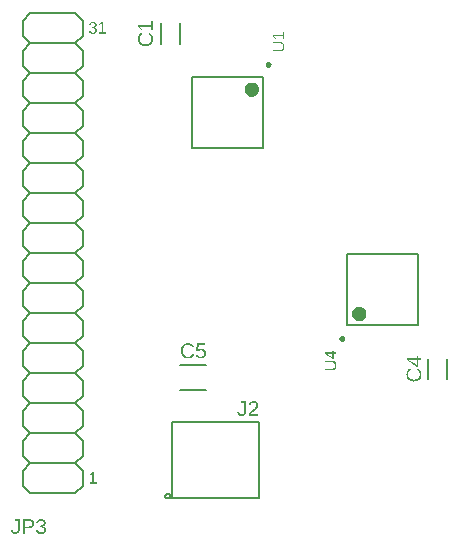
<source format=gbr>
G04 EAGLE Gerber RS-274X export*
G75*
%MOMM*%
%FSLAX34Y34*%
%LPD*%
%INSilkscreen Top*%
%IPPOS*%
%AMOC8*
5,1,8,0,0,1.08239X$1,22.5*%
G01*
G04 Define Apertures*
%ADD10C,0.150000*%
%ADD11C,0.250000*%
%ADD12C,0.600000*%
%ADD13C,0.127000*%
%ADD14C,0.152400*%
G36*
X71277Y24072D02*
X68875Y24072D01*
X68875Y32868D01*
X67712Y32868D01*
X65380Y31264D01*
X65380Y30074D01*
X67607Y31664D01*
X67607Y24072D01*
X65093Y24072D01*
X65093Y23000D01*
X71277Y23000D01*
X71277Y24072D01*
G37*
G36*
X68390Y403872D02*
X68758Y403907D01*
X69103Y403965D01*
X69424Y404047D01*
X69723Y404153D01*
X69998Y404281D01*
X70250Y404434D01*
X70479Y404609D01*
X70682Y404806D01*
X70858Y405023D01*
X71008Y405258D01*
X71130Y405513D01*
X71225Y405787D01*
X71293Y406080D01*
X71333Y406393D01*
X71347Y406724D01*
X71337Y406956D01*
X71308Y407177D01*
X71260Y407388D01*
X71193Y407589D01*
X71106Y407781D01*
X71000Y407962D01*
X70875Y408132D01*
X70731Y408293D01*
X70569Y408441D01*
X70392Y408573D01*
X70199Y408690D01*
X69992Y408791D01*
X69769Y408876D01*
X69530Y408945D01*
X69277Y408998D01*
X69008Y409036D01*
X69008Y409064D01*
X69252Y409122D01*
X69482Y409193D01*
X69697Y409275D01*
X69896Y409369D01*
X70081Y409475D01*
X70251Y409594D01*
X70405Y409724D01*
X70545Y409866D01*
X70669Y410019D01*
X70776Y410184D01*
X70867Y410359D01*
X70942Y410546D01*
X70999Y410744D01*
X71041Y410952D01*
X71066Y411172D01*
X71074Y411403D01*
X71061Y411703D01*
X71022Y411985D01*
X70958Y412251D01*
X70868Y412500D01*
X70752Y412732D01*
X70611Y412947D01*
X70444Y413145D01*
X70251Y413326D01*
X70035Y413487D01*
X69798Y413627D01*
X69541Y413746D01*
X69262Y413843D01*
X68964Y413918D01*
X68644Y413972D01*
X68304Y414005D01*
X67943Y414015D01*
X67611Y414005D01*
X67295Y413973D01*
X66994Y413920D01*
X66708Y413846D01*
X66438Y413750D01*
X66183Y413633D01*
X65943Y413495D01*
X65719Y413336D01*
X65515Y413158D01*
X65332Y412963D01*
X65173Y412752D01*
X65036Y412524D01*
X64921Y412279D01*
X64830Y412018D01*
X64761Y411740D01*
X64714Y411445D01*
X65982Y411347D01*
X66010Y411536D01*
X66051Y411714D01*
X66106Y411881D01*
X66174Y412037D01*
X66255Y412182D01*
X66350Y412316D01*
X66459Y412439D01*
X66581Y412552D01*
X66715Y412652D01*
X66858Y412739D01*
X67012Y412812D01*
X67175Y412872D01*
X67349Y412919D01*
X67532Y412952D01*
X67726Y412972D01*
X67929Y412979D01*
X68151Y412972D01*
X68360Y412950D01*
X68554Y412914D01*
X68734Y412864D01*
X68900Y412800D01*
X69051Y412721D01*
X69189Y412628D01*
X69312Y412520D01*
X69422Y412400D01*
X69516Y412270D01*
X69596Y412129D01*
X69662Y411978D01*
X69713Y411817D01*
X69749Y411645D01*
X69771Y411463D01*
X69778Y411270D01*
X69769Y411076D01*
X69742Y410892D01*
X69698Y410720D01*
X69635Y410558D01*
X69555Y410407D01*
X69457Y410267D01*
X69341Y410138D01*
X69207Y410020D01*
X69057Y409914D01*
X68893Y409822D01*
X68714Y409744D01*
X68520Y409681D01*
X68312Y409632D01*
X68089Y409596D01*
X67852Y409575D01*
X67600Y409568D01*
X66914Y409568D01*
X66914Y408475D01*
X67628Y408475D01*
X67912Y408468D01*
X68178Y408447D01*
X68428Y408412D01*
X68660Y408362D01*
X68875Y408299D01*
X69073Y408221D01*
X69254Y408130D01*
X69417Y408024D01*
X69563Y407905D01*
X69689Y407776D01*
X69795Y407635D01*
X69882Y407484D01*
X69950Y407321D01*
X69999Y407147D01*
X70028Y406962D01*
X70037Y406766D01*
X70029Y406542D01*
X70003Y406333D01*
X69961Y406137D01*
X69902Y405956D01*
X69825Y405789D01*
X69732Y405636D01*
X69622Y405497D01*
X69494Y405373D01*
X69352Y405263D01*
X69197Y405167D01*
X69030Y405087D01*
X68849Y405021D01*
X68656Y404969D01*
X68450Y404933D01*
X68231Y404911D01*
X67999Y404903D01*
X67768Y404910D01*
X67550Y404931D01*
X67345Y404965D01*
X67153Y405013D01*
X66974Y405074D01*
X66807Y405150D01*
X66653Y405239D01*
X66513Y405341D01*
X66385Y405457D01*
X66270Y405587D01*
X66167Y405731D01*
X66078Y405888D01*
X66001Y406059D01*
X65938Y406244D01*
X65887Y406442D01*
X65849Y406654D01*
X64546Y406535D01*
X64600Y406215D01*
X64676Y405914D01*
X64774Y405634D01*
X64896Y405374D01*
X65040Y405134D01*
X65206Y404914D01*
X65395Y404715D01*
X65607Y404536D01*
X65840Y404377D01*
X66092Y404240D01*
X66362Y404124D01*
X66652Y404029D01*
X66960Y403955D01*
X67288Y403902D01*
X67634Y403871D01*
X67999Y403860D01*
X68390Y403872D01*
G37*
G36*
X79246Y405072D02*
X76843Y405072D01*
X76843Y413868D01*
X75681Y413868D01*
X73348Y412264D01*
X73348Y411074D01*
X75576Y412664D01*
X75576Y405072D01*
X73061Y405072D01*
X73061Y404000D01*
X79246Y404000D01*
X79246Y405072D01*
G37*
G36*
X226750Y389042D02*
X227021Y389065D01*
X227283Y389103D01*
X227534Y389156D01*
X227776Y389225D01*
X228008Y389310D01*
X228229Y389409D01*
X228441Y389524D01*
X228642Y389652D01*
X228831Y389794D01*
X229007Y389947D01*
X229171Y390113D01*
X229322Y390292D01*
X229462Y390483D01*
X229589Y390687D01*
X229703Y390903D01*
X229805Y391130D01*
X229894Y391367D01*
X229968Y391613D01*
X230029Y391869D01*
X230077Y392134D01*
X230111Y392408D01*
X230131Y392692D01*
X230138Y392986D01*
X230131Y393291D01*
X230110Y393586D01*
X230074Y393871D01*
X230025Y394146D01*
X229962Y394410D01*
X229884Y394664D01*
X229792Y394908D01*
X229686Y395141D01*
X229567Y395363D01*
X229435Y395572D01*
X229291Y395769D01*
X229134Y395952D01*
X228964Y396122D01*
X228782Y396279D01*
X228587Y396424D01*
X228379Y396555D01*
X228160Y396672D01*
X227931Y396774D01*
X227692Y396860D01*
X227443Y396930D01*
X227184Y396985D01*
X226914Y397024D01*
X226634Y397047D01*
X226345Y397055D01*
X220282Y397055D01*
X220282Y395745D01*
X226269Y395745D01*
X226602Y395733D01*
X226914Y395699D01*
X227206Y395642D01*
X227477Y395563D01*
X227727Y395461D01*
X227957Y395336D01*
X228166Y395188D01*
X228355Y395017D01*
X228522Y394826D01*
X228667Y394617D01*
X228790Y394390D01*
X228890Y394144D01*
X228969Y393880D01*
X229024Y393598D01*
X229058Y393298D01*
X229069Y392979D01*
X229058Y392670D01*
X229026Y392379D01*
X228972Y392107D01*
X228897Y391853D01*
X228800Y391619D01*
X228681Y391403D01*
X228541Y391206D01*
X228379Y391027D01*
X228197Y390869D01*
X227994Y390732D01*
X227772Y390615D01*
X227529Y390520D01*
X227267Y390446D01*
X226984Y390394D01*
X226681Y390362D01*
X226358Y390351D01*
X220282Y390351D01*
X220282Y389034D01*
X226469Y389034D01*
X226750Y389042D01*
G37*
G36*
X230000Y405298D02*
X228945Y405298D01*
X228945Y402932D01*
X220282Y402932D01*
X220282Y401787D01*
X221862Y399491D01*
X223034Y399491D01*
X221468Y401684D01*
X228945Y401684D01*
X228945Y399208D01*
X230000Y399208D01*
X230000Y405298D01*
G37*
G36*
X112957Y393457D02*
X113425Y393491D01*
X113876Y393547D01*
X114311Y393625D01*
X114729Y393725D01*
X115131Y393848D01*
X115516Y393993D01*
X115884Y394160D01*
X116234Y394349D01*
X116563Y394558D01*
X116871Y394787D01*
X117159Y395036D01*
X117425Y395306D01*
X117671Y395595D01*
X117896Y395906D01*
X118100Y396236D01*
X118282Y396584D01*
X118439Y396948D01*
X118572Y397328D01*
X118681Y397724D01*
X118766Y398135D01*
X118827Y398562D01*
X118863Y399005D01*
X118875Y399463D01*
X118862Y399912D01*
X118823Y400347D01*
X118758Y400768D01*
X118667Y401175D01*
X118550Y401568D01*
X118407Y401947D01*
X118238Y402313D01*
X118043Y402665D01*
X117823Y403000D01*
X117579Y403316D01*
X117312Y403612D01*
X117021Y403890D01*
X116705Y404148D01*
X116366Y404387D01*
X116004Y404606D01*
X115617Y404806D01*
X114934Y403440D01*
X115245Y403272D01*
X115535Y403093D01*
X115806Y402905D01*
X116057Y402707D01*
X116287Y402498D01*
X116498Y402280D01*
X116688Y402051D01*
X116859Y401813D01*
X117009Y401564D01*
X117139Y401306D01*
X117249Y401037D01*
X117340Y400758D01*
X117410Y400469D01*
X117460Y400170D01*
X117490Y399861D01*
X117500Y399542D01*
X117479Y399050D01*
X117414Y398583D01*
X117306Y398142D01*
X117155Y397728D01*
X116961Y397340D01*
X116724Y396978D01*
X116444Y396642D01*
X116121Y396332D01*
X115762Y396054D01*
X115375Y395813D01*
X114961Y395609D01*
X114519Y395442D01*
X114049Y395312D01*
X113551Y395220D01*
X113026Y395164D01*
X112473Y395145D01*
X111914Y395163D01*
X111386Y395217D01*
X110889Y395306D01*
X110422Y395430D01*
X109986Y395590D01*
X109580Y395786D01*
X109205Y396017D01*
X108860Y396284D01*
X108551Y396583D01*
X108283Y396910D01*
X108057Y397266D01*
X107871Y397650D01*
X107727Y398063D01*
X107624Y398504D01*
X107562Y398974D01*
X107542Y399472D01*
X107551Y399793D01*
X107577Y400103D01*
X107622Y400401D01*
X107684Y400689D01*
X107764Y400965D01*
X107862Y401230D01*
X107978Y401484D01*
X108111Y401727D01*
X108261Y401957D01*
X108427Y402170D01*
X108609Y402367D01*
X108807Y402548D01*
X109021Y402712D01*
X109251Y402860D01*
X109496Y402992D01*
X109758Y403107D01*
X109232Y404692D01*
X108865Y404526D01*
X108521Y404338D01*
X108200Y404127D01*
X107903Y403895D01*
X107629Y403641D01*
X107378Y403365D01*
X107150Y403068D01*
X106946Y402748D01*
X106765Y402407D01*
X106609Y402046D01*
X106476Y401665D01*
X106368Y401263D01*
X106284Y400842D01*
X106223Y400399D01*
X106187Y399937D01*
X106175Y399455D01*
X106182Y399107D01*
X106201Y398769D01*
X106234Y398440D01*
X106280Y398121D01*
X106339Y397812D01*
X106411Y397512D01*
X106496Y397222D01*
X106594Y396941D01*
X106705Y396670D01*
X106829Y396408D01*
X106966Y396156D01*
X107116Y395914D01*
X107456Y395458D01*
X107848Y395040D01*
X108286Y394667D01*
X108765Y394343D01*
X109283Y394069D01*
X109557Y393951D01*
X109841Y393845D01*
X110135Y393751D01*
X110439Y393670D01*
X110753Y393602D01*
X111077Y393546D01*
X111411Y393502D01*
X111755Y393471D01*
X112109Y393453D01*
X112473Y393446D01*
X112957Y393457D01*
G37*
G36*
X118700Y414573D02*
X117360Y414573D01*
X117360Y411569D01*
X106359Y411569D01*
X106359Y410115D01*
X108365Y407198D01*
X109854Y407198D01*
X107866Y409984D01*
X117360Y409984D01*
X117360Y406839D01*
X118700Y406839D01*
X118700Y414573D01*
G37*
G36*
X271800Y133091D02*
X274000Y133091D01*
X274000Y134264D01*
X271800Y134264D01*
X271800Y135629D01*
X270821Y135629D01*
X270821Y134264D01*
X264282Y134264D01*
X264282Y132960D01*
X270834Y128512D01*
X271800Y128512D01*
X271800Y133091D01*
G37*
%LPC*%
G36*
X270683Y129767D02*
X270172Y130139D01*
X266503Y132629D01*
X266048Y132898D01*
X265682Y133091D01*
X270821Y133091D01*
X270821Y129657D01*
X270683Y129767D01*
G37*
%LPD*%
G36*
X270750Y119097D02*
X271021Y119120D01*
X271283Y119159D01*
X271534Y119212D01*
X271776Y119281D01*
X272008Y119365D01*
X272229Y119465D01*
X272441Y119579D01*
X272642Y119708D01*
X272831Y119849D01*
X273007Y120003D01*
X273171Y120169D01*
X273322Y120348D01*
X273462Y120539D01*
X273589Y120743D01*
X273703Y120959D01*
X273805Y121186D01*
X273894Y121423D01*
X273968Y121669D01*
X274029Y121924D01*
X274077Y122189D01*
X274111Y122464D01*
X274131Y122748D01*
X274138Y123042D01*
X274131Y123347D01*
X274110Y123642D01*
X274074Y123927D01*
X274025Y124201D01*
X273962Y124466D01*
X273884Y124720D01*
X273792Y124963D01*
X273686Y125197D01*
X273567Y125419D01*
X273435Y125628D01*
X273291Y125824D01*
X273134Y126007D01*
X272964Y126178D01*
X272782Y126335D01*
X272587Y126479D01*
X272379Y126611D01*
X272160Y126728D01*
X271931Y126830D01*
X271692Y126916D01*
X271443Y126986D01*
X271184Y127041D01*
X270914Y127080D01*
X270634Y127103D01*
X270345Y127111D01*
X264282Y127111D01*
X264282Y125800D01*
X270269Y125800D01*
X270602Y125789D01*
X270914Y125755D01*
X271206Y125698D01*
X271477Y125619D01*
X271727Y125516D01*
X271957Y125391D01*
X272166Y125243D01*
X272355Y125073D01*
X272522Y124882D01*
X272667Y124673D01*
X272790Y124445D01*
X272890Y124200D01*
X272969Y123936D01*
X273024Y123654D01*
X273058Y123353D01*
X273069Y123035D01*
X273058Y122725D01*
X273026Y122434D01*
X272972Y122162D01*
X272897Y121909D01*
X272800Y121674D01*
X272681Y121458D01*
X272541Y121261D01*
X272379Y121083D01*
X272197Y120925D01*
X271994Y120787D01*
X271772Y120671D01*
X271529Y120576D01*
X271267Y120502D01*
X270984Y120449D01*
X270681Y120418D01*
X270358Y120407D01*
X264282Y120407D01*
X264282Y119090D01*
X270469Y119090D01*
X270750Y119097D01*
G37*
G36*
X343206Y127700D02*
X346000Y127700D01*
X346000Y129189D01*
X343206Y129189D01*
X343206Y130923D01*
X341962Y130923D01*
X341962Y129189D01*
X333659Y129189D01*
X333659Y127534D01*
X341980Y121885D01*
X343206Y121885D01*
X343206Y127700D01*
G37*
%LPC*%
G36*
X341787Y123479D02*
X341139Y123952D01*
X336479Y127113D01*
X335901Y127455D01*
X335437Y127700D01*
X341962Y127700D01*
X341962Y123338D01*
X341787Y123479D01*
G37*
%LPD*%
G36*
X340257Y109457D02*
X340725Y109491D01*
X341176Y109547D01*
X341611Y109625D01*
X342029Y109725D01*
X342431Y109848D01*
X342816Y109993D01*
X343184Y110160D01*
X343534Y110349D01*
X343863Y110558D01*
X344171Y110787D01*
X344459Y111036D01*
X344725Y111306D01*
X344971Y111595D01*
X345196Y111906D01*
X345400Y112236D01*
X345582Y112584D01*
X345739Y112948D01*
X345872Y113328D01*
X345981Y113724D01*
X346066Y114135D01*
X346127Y114562D01*
X346163Y115005D01*
X346175Y115463D01*
X346162Y115912D01*
X346123Y116347D01*
X346058Y116768D01*
X345967Y117175D01*
X345850Y117568D01*
X345707Y117947D01*
X345538Y118313D01*
X345343Y118665D01*
X345123Y119000D01*
X344879Y119316D01*
X344612Y119612D01*
X344321Y119890D01*
X344005Y120148D01*
X343666Y120387D01*
X343304Y120606D01*
X342917Y120806D01*
X342234Y119440D01*
X342545Y119272D01*
X342835Y119093D01*
X343106Y118905D01*
X343357Y118707D01*
X343587Y118498D01*
X343798Y118280D01*
X343988Y118051D01*
X344159Y117813D01*
X344309Y117564D01*
X344439Y117306D01*
X344549Y117037D01*
X344640Y116758D01*
X344710Y116469D01*
X344760Y116170D01*
X344790Y115861D01*
X344800Y115542D01*
X344779Y115050D01*
X344714Y114583D01*
X344606Y114142D01*
X344455Y113728D01*
X344261Y113340D01*
X344024Y112978D01*
X343744Y112642D01*
X343421Y112332D01*
X343062Y112054D01*
X342675Y111813D01*
X342261Y111609D01*
X341819Y111442D01*
X341349Y111312D01*
X340851Y111220D01*
X340326Y111164D01*
X339773Y111145D01*
X339214Y111163D01*
X338686Y111217D01*
X338189Y111306D01*
X337722Y111430D01*
X337286Y111590D01*
X336880Y111786D01*
X336505Y112017D01*
X336160Y112284D01*
X335851Y112583D01*
X335583Y112910D01*
X335357Y113266D01*
X335171Y113650D01*
X335027Y114063D01*
X334924Y114504D01*
X334862Y114974D01*
X334842Y115472D01*
X334851Y115793D01*
X334877Y116103D01*
X334922Y116401D01*
X334984Y116689D01*
X335064Y116965D01*
X335162Y117230D01*
X335278Y117484D01*
X335411Y117727D01*
X335561Y117957D01*
X335727Y118170D01*
X335909Y118367D01*
X336107Y118548D01*
X336321Y118712D01*
X336551Y118860D01*
X336796Y118992D01*
X337058Y119107D01*
X336532Y120692D01*
X336165Y120526D01*
X335821Y120338D01*
X335500Y120127D01*
X335203Y119895D01*
X334929Y119641D01*
X334678Y119365D01*
X334450Y119068D01*
X334246Y118748D01*
X334065Y118407D01*
X333909Y118046D01*
X333776Y117665D01*
X333668Y117263D01*
X333584Y116842D01*
X333523Y116399D01*
X333487Y115937D01*
X333475Y115455D01*
X333482Y115107D01*
X333501Y114769D01*
X333534Y114440D01*
X333580Y114121D01*
X333639Y113812D01*
X333711Y113512D01*
X333796Y113222D01*
X333894Y112941D01*
X334005Y112670D01*
X334129Y112408D01*
X334266Y112156D01*
X334416Y111914D01*
X334756Y111458D01*
X335148Y111040D01*
X335586Y110667D01*
X336065Y110343D01*
X336583Y110069D01*
X336857Y109951D01*
X337141Y109845D01*
X337435Y109751D01*
X337739Y109670D01*
X338053Y109602D01*
X338377Y109546D01*
X338711Y109502D01*
X339055Y109471D01*
X339409Y109453D01*
X339773Y109446D01*
X340257Y109457D01*
G37*
G36*
X148912Y129138D02*
X149347Y129177D01*
X149768Y129242D01*
X150175Y129333D01*
X150568Y129450D01*
X150947Y129593D01*
X151313Y129762D01*
X151665Y129957D01*
X152000Y130177D01*
X152316Y130421D01*
X152612Y130688D01*
X152890Y130979D01*
X153148Y131295D01*
X153387Y131634D01*
X153606Y131996D01*
X153806Y132383D01*
X152440Y133066D01*
X152272Y132755D01*
X152093Y132465D01*
X151905Y132194D01*
X151707Y131943D01*
X151498Y131713D01*
X151280Y131502D01*
X151051Y131312D01*
X150813Y131141D01*
X150564Y130991D01*
X150306Y130861D01*
X150037Y130751D01*
X149758Y130660D01*
X149469Y130590D01*
X149170Y130540D01*
X148861Y130510D01*
X148542Y130500D01*
X148050Y130521D01*
X147583Y130586D01*
X147142Y130694D01*
X146728Y130845D01*
X146340Y131039D01*
X145978Y131276D01*
X145642Y131556D01*
X145332Y131879D01*
X145054Y132238D01*
X144813Y132625D01*
X144609Y133039D01*
X144442Y133481D01*
X144312Y133951D01*
X144220Y134449D01*
X144164Y134974D01*
X144145Y135527D01*
X144163Y136086D01*
X144217Y136614D01*
X144306Y137111D01*
X144430Y137578D01*
X144590Y138014D01*
X144786Y138420D01*
X145017Y138795D01*
X145284Y139140D01*
X145583Y139449D01*
X145910Y139717D01*
X146266Y139943D01*
X146650Y140129D01*
X147063Y140273D01*
X147504Y140376D01*
X147974Y140438D01*
X148472Y140458D01*
X148793Y140449D01*
X149103Y140423D01*
X149401Y140378D01*
X149689Y140316D01*
X149965Y140236D01*
X150230Y140138D01*
X150484Y140023D01*
X150727Y139889D01*
X150957Y139739D01*
X151170Y139573D01*
X151367Y139391D01*
X151548Y139193D01*
X151712Y138979D01*
X151860Y138749D01*
X151992Y138504D01*
X152107Y138242D01*
X153692Y138768D01*
X153526Y139135D01*
X153338Y139479D01*
X153127Y139800D01*
X152895Y140097D01*
X152641Y140371D01*
X152365Y140622D01*
X152068Y140850D01*
X151748Y141054D01*
X151407Y141235D01*
X151046Y141391D01*
X150665Y141524D01*
X150263Y141632D01*
X149842Y141716D01*
X149399Y141777D01*
X148937Y141813D01*
X148455Y141825D01*
X148107Y141818D01*
X147769Y141799D01*
X147440Y141766D01*
X147121Y141720D01*
X146812Y141661D01*
X146512Y141589D01*
X146222Y141505D01*
X145941Y141406D01*
X145670Y141295D01*
X145408Y141171D01*
X145156Y141034D01*
X144914Y140884D01*
X144458Y140544D01*
X144040Y140152D01*
X143667Y139714D01*
X143343Y139235D01*
X143069Y138717D01*
X142951Y138443D01*
X142845Y138159D01*
X142751Y137865D01*
X142670Y137561D01*
X142602Y137247D01*
X142546Y136923D01*
X142502Y136589D01*
X142471Y136245D01*
X142453Y135891D01*
X142446Y135527D01*
X142457Y135043D01*
X142491Y134575D01*
X142547Y134124D01*
X142625Y133689D01*
X142725Y133271D01*
X142848Y132869D01*
X142993Y132484D01*
X143160Y132116D01*
X143349Y131766D01*
X143558Y131437D01*
X143787Y131129D01*
X144036Y130842D01*
X144306Y130575D01*
X144595Y130329D01*
X144906Y130104D01*
X145236Y129900D01*
X145584Y129718D01*
X145948Y129561D01*
X146328Y129428D01*
X146724Y129319D01*
X147135Y129234D01*
X147562Y129173D01*
X148005Y129137D01*
X148463Y129125D01*
X148912Y129138D01*
G37*
G36*
X159817Y129142D02*
X160289Y129195D01*
X160734Y129283D01*
X161150Y129405D01*
X161539Y129563D01*
X161899Y129755D01*
X162231Y129983D01*
X162535Y130246D01*
X162807Y130539D01*
X163043Y130858D01*
X163242Y131204D01*
X163406Y131575D01*
X163532Y131972D01*
X163623Y132396D01*
X163678Y132845D01*
X163696Y133320D01*
X163679Y133739D01*
X163628Y134138D01*
X163544Y134517D01*
X163425Y134875D01*
X163273Y135213D01*
X163087Y135531D01*
X162867Y135828D01*
X162614Y136105D01*
X162332Y136356D01*
X162027Y136573D01*
X161699Y136757D01*
X161347Y136907D01*
X160973Y137024D01*
X160575Y137107D01*
X160154Y137157D01*
X159711Y137174D01*
X159337Y137162D01*
X158980Y137125D01*
X158638Y137063D01*
X158311Y136977D01*
X158001Y136866D01*
X157705Y136731D01*
X157426Y136570D01*
X157162Y136386D01*
X157398Y140301D01*
X162977Y140301D01*
X162977Y141641D01*
X155962Y141641D01*
X155550Y135002D01*
X157092Y135002D01*
X157368Y135225D01*
X157643Y135413D01*
X157919Y135567D01*
X158195Y135685D01*
X158477Y135773D01*
X158769Y135836D01*
X159072Y135874D01*
X159386Y135886D01*
X159685Y135875D01*
X159968Y135842D01*
X160235Y135785D01*
X160487Y135707D01*
X160722Y135606D01*
X160942Y135482D01*
X161147Y135337D01*
X161335Y135168D01*
X161505Y134982D01*
X161651Y134781D01*
X161776Y134567D01*
X161877Y134338D01*
X161956Y134096D01*
X162013Y133840D01*
X162047Y133569D01*
X162058Y133285D01*
X162047Y132959D01*
X162013Y132651D01*
X161957Y132361D01*
X161878Y132089D01*
X161777Y131834D01*
X161654Y131598D01*
X161508Y131379D01*
X161340Y131179D01*
X161151Y130999D01*
X160946Y130843D01*
X160723Y130712D01*
X160483Y130604D01*
X160226Y130520D01*
X159952Y130460D01*
X159660Y130424D01*
X159351Y130412D01*
X159099Y130419D01*
X158859Y130441D01*
X158631Y130477D01*
X158416Y130527D01*
X158213Y130591D01*
X158022Y130670D01*
X157843Y130763D01*
X157676Y130870D01*
X157522Y130992D01*
X157380Y131127D01*
X157250Y131278D01*
X157133Y131442D01*
X157027Y131621D01*
X156934Y131814D01*
X156854Y132021D01*
X156785Y132243D01*
X155191Y132059D01*
X155273Y131713D01*
X155380Y131387D01*
X155511Y131083D01*
X155666Y130800D01*
X155846Y130538D01*
X156050Y130297D01*
X156278Y130077D01*
X156531Y129878D01*
X156807Y129702D01*
X157103Y129549D01*
X157420Y129419D01*
X157757Y129313D01*
X158116Y129231D01*
X158495Y129172D01*
X158895Y129137D01*
X159316Y129125D01*
X159817Y129142D01*
G37*
G36*
X10405Y-14642D02*
X14031Y-14642D01*
X14509Y-14625D01*
X14961Y-14577D01*
X15387Y-14496D01*
X15788Y-14383D01*
X16163Y-14238D01*
X16513Y-14060D01*
X16837Y-13850D01*
X17136Y-13608D01*
X17404Y-13338D01*
X17636Y-13046D01*
X17832Y-12732D01*
X17993Y-12395D01*
X18118Y-12036D01*
X18207Y-11654D01*
X18261Y-11250D01*
X18279Y-10823D01*
X18261Y-10393D01*
X18208Y-9988D01*
X18119Y-9608D01*
X17994Y-9253D01*
X17834Y-8923D01*
X17638Y-8617D01*
X17407Y-8337D01*
X17140Y-8081D01*
X16841Y-7854D01*
X16512Y-7656D01*
X16154Y-7489D01*
X15767Y-7352D01*
X15351Y-7246D01*
X14905Y-7170D01*
X14430Y-7124D01*
X13926Y-7109D01*
X8732Y-7109D01*
X8732Y-19450D01*
X10405Y-19450D01*
X10405Y-14642D01*
G37*
%LPC*%
G36*
X10405Y-13319D02*
X10405Y-8449D01*
X13724Y-8449D01*
X14072Y-8459D01*
X14398Y-8487D01*
X14701Y-8533D01*
X14981Y-8599D01*
X15239Y-8683D01*
X15475Y-8786D01*
X15688Y-8907D01*
X15879Y-9047D01*
X16047Y-9206D01*
X16193Y-9383D01*
X16317Y-9579D01*
X16418Y-9794D01*
X16496Y-10028D01*
X16552Y-10280D01*
X16586Y-10551D01*
X16597Y-10840D01*
X16586Y-11141D01*
X16553Y-11421D01*
X16499Y-11683D01*
X16422Y-11925D01*
X16323Y-12147D01*
X16203Y-12351D01*
X16061Y-12535D01*
X15896Y-12699D01*
X15710Y-12845D01*
X15502Y-12970D01*
X15272Y-13077D01*
X15021Y-13164D01*
X14747Y-13232D01*
X14451Y-13280D01*
X14134Y-13309D01*
X13794Y-13319D01*
X10405Y-13319D01*
G37*
%LPD*%
G36*
X24688Y-19611D02*
X25148Y-19567D01*
X25579Y-19493D01*
X25982Y-19391D01*
X26355Y-19259D01*
X26699Y-19098D01*
X27014Y-18908D01*
X27300Y-18688D01*
X27554Y-18442D01*
X27775Y-18171D01*
X27962Y-17877D01*
X28114Y-17558D01*
X28233Y-17216D01*
X28318Y-16849D01*
X28369Y-16458D01*
X28386Y-16043D01*
X28374Y-15754D01*
X28338Y-15477D01*
X28277Y-15213D01*
X28193Y-14961D01*
X28085Y-14722D01*
X27952Y-14496D01*
X27796Y-14282D01*
X27615Y-14081D01*
X27413Y-13896D01*
X27191Y-13731D01*
X26951Y-13585D01*
X26691Y-13459D01*
X26412Y-13353D01*
X26114Y-13266D01*
X25797Y-13200D01*
X25460Y-13153D01*
X25460Y-13118D01*
X25766Y-13044D01*
X26054Y-12956D01*
X26322Y-12853D01*
X26572Y-12736D01*
X26803Y-12603D01*
X27015Y-12455D01*
X27208Y-12292D01*
X27383Y-12115D01*
X27538Y-11923D01*
X27672Y-11717D01*
X27786Y-11497D01*
X27879Y-11264D01*
X27951Y-11017D01*
X28003Y-10756D01*
X28034Y-10481D01*
X28044Y-10192D01*
X28028Y-9817D01*
X27980Y-9464D01*
X27899Y-9132D01*
X27787Y-8820D01*
X27642Y-8531D01*
X27465Y-8262D01*
X27256Y-8014D01*
X27015Y-7788D01*
X26745Y-7586D01*
X26449Y-7411D01*
X26127Y-7262D01*
X25779Y-7141D01*
X25405Y-7047D01*
X25006Y-6979D01*
X24580Y-6939D01*
X24129Y-6925D01*
X23714Y-6939D01*
X23318Y-6978D01*
X22942Y-7045D01*
X22584Y-7138D01*
X22246Y-7257D01*
X21928Y-7403D01*
X21628Y-7576D01*
X21348Y-7775D01*
X21092Y-7998D01*
X20864Y-8241D01*
X20665Y-8506D01*
X20493Y-8791D01*
X20350Y-9097D01*
X20236Y-9424D01*
X20149Y-9771D01*
X20091Y-10140D01*
X21677Y-10262D01*
X21711Y-10026D01*
X21763Y-9804D01*
X21831Y-9595D01*
X21916Y-9400D01*
X22019Y-9218D01*
X22137Y-9050D01*
X22273Y-8896D01*
X22426Y-8756D01*
X22593Y-8631D01*
X22772Y-8522D01*
X22964Y-8430D01*
X23169Y-8355D01*
X23386Y-8297D01*
X23615Y-8255D01*
X23857Y-8230D01*
X24112Y-8222D01*
X24390Y-8231D01*
X24650Y-8257D01*
X24893Y-8302D01*
X25118Y-8365D01*
X25325Y-8446D01*
X25515Y-8544D01*
X25687Y-8661D01*
X25841Y-8795D01*
X25978Y-8945D01*
X26096Y-9108D01*
X26196Y-9284D01*
X26278Y-9473D01*
X26342Y-9675D01*
X26387Y-9890D01*
X26415Y-10118D01*
X26424Y-10359D01*
X26413Y-10602D01*
X26379Y-10831D01*
X26323Y-11047D01*
X26245Y-11249D01*
X26145Y-11437D01*
X26022Y-11613D01*
X25877Y-11774D01*
X25710Y-11922D01*
X25522Y-12054D01*
X25317Y-12169D01*
X25093Y-12266D01*
X24851Y-12346D01*
X24590Y-12408D01*
X24312Y-12452D01*
X24015Y-12478D01*
X23700Y-12487D01*
X22842Y-12487D01*
X22842Y-13853D01*
X23735Y-13853D01*
X24090Y-13862D01*
X24423Y-13889D01*
X24735Y-13933D01*
X25026Y-13995D01*
X25295Y-14074D01*
X25542Y-14171D01*
X25768Y-14286D01*
X25973Y-14418D01*
X26154Y-14566D01*
X26312Y-14728D01*
X26445Y-14904D01*
X26554Y-15094D01*
X26639Y-15297D01*
X26699Y-15514D01*
X26736Y-15746D01*
X26748Y-15990D01*
X26737Y-16271D01*
X26706Y-16533D01*
X26652Y-16777D01*
X26578Y-17004D01*
X26483Y-17213D01*
X26366Y-17404D01*
X26228Y-17578D01*
X26069Y-17733D01*
X25891Y-17871D01*
X25698Y-17990D01*
X25488Y-18091D01*
X25262Y-18173D01*
X25021Y-18238D01*
X24763Y-18284D01*
X24489Y-18311D01*
X24199Y-18320D01*
X23911Y-18312D01*
X23638Y-18286D01*
X23381Y-18243D01*
X23141Y-18183D01*
X22917Y-18106D01*
X22708Y-18012D01*
X22516Y-17901D01*
X22340Y-17773D01*
X22180Y-17627D01*
X22036Y-17465D01*
X21908Y-17285D01*
X21797Y-17089D01*
X21701Y-16875D01*
X21621Y-16644D01*
X21558Y-16396D01*
X21510Y-16131D01*
X19881Y-16279D01*
X19948Y-16681D01*
X20043Y-17056D01*
X20166Y-17407D01*
X20318Y-17732D01*
X20498Y-18032D01*
X20706Y-18307D01*
X20943Y-18556D01*
X21208Y-18780D01*
X21499Y-18978D01*
X21814Y-19150D01*
X22152Y-19295D01*
X22514Y-19414D01*
X22900Y-19506D01*
X23309Y-19572D01*
X23742Y-19612D01*
X24199Y-19625D01*
X24688Y-19611D01*
G37*
G36*
X2706Y-19609D02*
X3095Y-19561D01*
X3461Y-19480D01*
X3805Y-19368D01*
X4127Y-19223D01*
X4426Y-19046D01*
X4703Y-18837D01*
X4957Y-18596D01*
X5185Y-18327D01*
X5382Y-18034D01*
X5549Y-17716D01*
X5686Y-17375D01*
X5793Y-17010D01*
X5869Y-16621D01*
X5914Y-16208D01*
X5929Y-15771D01*
X5929Y-7109D01*
X1892Y-7109D01*
X1892Y-8476D01*
X4265Y-8476D01*
X4265Y-15806D01*
X4257Y-16100D01*
X4232Y-16374D01*
X4191Y-16631D01*
X4134Y-16870D01*
X4060Y-17090D01*
X3970Y-17292D01*
X3863Y-17476D01*
X3740Y-17641D01*
X3602Y-17788D01*
X3453Y-17915D01*
X3291Y-18023D01*
X3118Y-18111D01*
X2932Y-18180D01*
X2735Y-18228D01*
X2525Y-18258D01*
X2303Y-18268D01*
X2100Y-18259D01*
X1905Y-18232D01*
X1719Y-18188D01*
X1541Y-18125D01*
X1373Y-18045D01*
X1213Y-17947D01*
X1062Y-17832D01*
X919Y-17698D01*
X788Y-17549D01*
X668Y-17386D01*
X561Y-17209D01*
X466Y-17017D01*
X384Y-16812D01*
X313Y-16593D01*
X256Y-16360D01*
X210Y-16113D01*
X-1428Y-16385D01*
X-1345Y-16777D01*
X-1241Y-17144D01*
X-1118Y-17486D01*
X-975Y-17802D01*
X-812Y-18093D01*
X-629Y-18359D01*
X-427Y-18600D01*
X-204Y-18815D01*
X39Y-19005D01*
X301Y-19169D01*
X584Y-19309D01*
X886Y-19423D01*
X1208Y-19511D01*
X1550Y-19575D01*
X1912Y-19613D01*
X2294Y-19625D01*
X2706Y-19609D01*
G37*
G36*
X208098Y81640D02*
X201661Y81640D01*
X201813Y81950D01*
X202007Y82265D01*
X202242Y82587D01*
X202519Y82914D01*
X202843Y83255D01*
X203218Y83616D01*
X203644Y83997D01*
X204122Y84399D01*
X204963Y85095D01*
X205657Y85693D01*
X206203Y86194D01*
X206601Y86597D01*
X206905Y86952D01*
X207169Y87307D01*
X207393Y87662D01*
X207577Y88016D01*
X207721Y88372D01*
X207823Y88728D01*
X207885Y89085D01*
X207906Y89444D01*
X207890Y89837D01*
X207843Y90208D01*
X207765Y90555D01*
X207655Y90879D01*
X207514Y91180D01*
X207341Y91458D01*
X207138Y91713D01*
X206903Y91944D01*
X206639Y92151D01*
X206347Y92330D01*
X206029Y92481D01*
X205684Y92605D01*
X205312Y92701D01*
X204913Y92770D01*
X204487Y92811D01*
X204034Y92825D01*
X203619Y92811D01*
X203223Y92770D01*
X202847Y92702D01*
X202490Y92606D01*
X202152Y92483D01*
X201833Y92332D01*
X201534Y92154D01*
X201253Y91949D01*
X200997Y91720D01*
X200769Y91473D01*
X200570Y91207D01*
X200398Y90922D01*
X200255Y90618D01*
X200141Y90295D01*
X200055Y89953D01*
X199997Y89593D01*
X201608Y89444D01*
X201645Y89684D01*
X201699Y89911D01*
X201769Y90124D01*
X201857Y90323D01*
X201961Y90508D01*
X202082Y90680D01*
X202220Y90837D01*
X202375Y90981D01*
X202543Y91109D01*
X202723Y91221D01*
X202914Y91315D01*
X203116Y91392D01*
X203329Y91451D01*
X203553Y91494D01*
X203788Y91520D01*
X204034Y91528D01*
X204292Y91520D01*
X204535Y91493D01*
X204764Y91450D01*
X204978Y91388D01*
X205178Y91309D01*
X205363Y91213D01*
X205534Y91099D01*
X205690Y90968D01*
X205829Y90821D01*
X205950Y90659D01*
X206053Y90483D01*
X206136Y90293D01*
X206202Y90089D01*
X206248Y89871D01*
X206276Y89638D01*
X206285Y89391D01*
X206264Y89025D01*
X206199Y88678D01*
X206091Y88350D01*
X205939Y88043D01*
X205753Y87748D01*
X205540Y87460D01*
X205300Y87179D01*
X205033Y86904D01*
X204438Y86361D01*
X203776Y85818D01*
X203076Y85252D01*
X202370Y84640D01*
X202020Y84313D01*
X201677Y83968D01*
X201343Y83604D01*
X201017Y83221D01*
X200707Y82814D01*
X200423Y82377D01*
X200162Y81910D01*
X199927Y81412D01*
X199927Y80300D01*
X208098Y80300D01*
X208098Y81640D01*
G37*
G36*
X194470Y80141D02*
X194859Y80189D01*
X195225Y80270D01*
X195569Y80382D01*
X195891Y80527D01*
X196190Y80704D01*
X196467Y80913D01*
X196721Y81154D01*
X196949Y81423D01*
X197146Y81716D01*
X197313Y82034D01*
X197450Y82375D01*
X197556Y82740D01*
X197632Y83129D01*
X197678Y83542D01*
X197693Y83979D01*
X197693Y92641D01*
X193655Y92641D01*
X193655Y91274D01*
X196029Y91274D01*
X196029Y83944D01*
X196021Y83650D01*
X195996Y83376D01*
X195955Y83119D01*
X195898Y82880D01*
X195824Y82660D01*
X195733Y82458D01*
X195627Y82274D01*
X195504Y82109D01*
X195366Y81962D01*
X195217Y81835D01*
X195055Y81727D01*
X194882Y81639D01*
X194696Y81570D01*
X194498Y81522D01*
X194289Y81492D01*
X194067Y81482D01*
X193863Y81491D01*
X193669Y81518D01*
X193482Y81562D01*
X193305Y81625D01*
X193137Y81705D01*
X192977Y81803D01*
X192826Y81918D01*
X192683Y82052D01*
X192551Y82201D01*
X192432Y82364D01*
X192325Y82542D01*
X192230Y82733D01*
X192147Y82938D01*
X192077Y83157D01*
X192019Y83390D01*
X191974Y83637D01*
X190336Y83365D01*
X190419Y82973D01*
X190522Y82606D01*
X190646Y82264D01*
X190789Y81948D01*
X190952Y81657D01*
X191134Y81391D01*
X191337Y81150D01*
X191560Y80935D01*
X191803Y80745D01*
X192065Y80581D01*
X192348Y80441D01*
X192650Y80327D01*
X192972Y80239D01*
X193314Y80175D01*
X193676Y80138D01*
X194058Y80125D01*
X194470Y80141D01*
G37*
D10*
X152000Y367000D02*
X212000Y367000D01*
X212000Y307000D02*
X152000Y307000D01*
X212000Y307000D02*
X212000Y367000D01*
X152000Y367000D02*
X152000Y307000D01*
D11*
X215000Y378000D02*
X215002Y378070D01*
X215008Y378140D01*
X215018Y378209D01*
X215031Y378278D01*
X215049Y378346D01*
X215070Y378413D01*
X215095Y378478D01*
X215124Y378542D01*
X215156Y378605D01*
X215192Y378665D01*
X215231Y378723D01*
X215273Y378779D01*
X215318Y378833D01*
X215366Y378884D01*
X215417Y378932D01*
X215471Y378977D01*
X215527Y379019D01*
X215585Y379058D01*
X215645Y379094D01*
X215708Y379126D01*
X215772Y379155D01*
X215837Y379180D01*
X215904Y379201D01*
X215972Y379219D01*
X216041Y379232D01*
X216110Y379242D01*
X216180Y379248D01*
X216250Y379250D01*
X216320Y379248D01*
X216390Y379242D01*
X216459Y379232D01*
X216528Y379219D01*
X216596Y379201D01*
X216663Y379180D01*
X216728Y379155D01*
X216792Y379126D01*
X216855Y379094D01*
X216915Y379058D01*
X216973Y379019D01*
X217029Y378977D01*
X217083Y378932D01*
X217134Y378884D01*
X217182Y378833D01*
X217227Y378779D01*
X217269Y378723D01*
X217308Y378665D01*
X217344Y378605D01*
X217376Y378542D01*
X217405Y378478D01*
X217430Y378413D01*
X217451Y378346D01*
X217469Y378278D01*
X217482Y378209D01*
X217492Y378140D01*
X217498Y378070D01*
X217500Y378000D01*
X217498Y377930D01*
X217492Y377860D01*
X217482Y377791D01*
X217469Y377722D01*
X217451Y377654D01*
X217430Y377587D01*
X217405Y377522D01*
X217376Y377458D01*
X217344Y377395D01*
X217308Y377335D01*
X217269Y377277D01*
X217227Y377221D01*
X217182Y377167D01*
X217134Y377116D01*
X217083Y377068D01*
X217029Y377023D01*
X216973Y376981D01*
X216915Y376942D01*
X216855Y376906D01*
X216792Y376874D01*
X216728Y376845D01*
X216663Y376820D01*
X216596Y376799D01*
X216528Y376781D01*
X216459Y376768D01*
X216390Y376758D01*
X216320Y376752D01*
X216250Y376750D01*
X216180Y376752D01*
X216110Y376758D01*
X216041Y376768D01*
X215972Y376781D01*
X215904Y376799D01*
X215837Y376820D01*
X215772Y376845D01*
X215708Y376874D01*
X215645Y376906D01*
X215585Y376942D01*
X215527Y376981D01*
X215471Y377023D01*
X215417Y377068D01*
X215366Y377116D01*
X215318Y377167D01*
X215273Y377221D01*
X215231Y377277D01*
X215192Y377335D01*
X215156Y377395D01*
X215124Y377458D01*
X215095Y377522D01*
X215070Y377587D01*
X215049Y377654D01*
X215031Y377722D01*
X215018Y377791D01*
X215008Y377860D01*
X215002Y377930D01*
X215000Y378000D01*
D12*
X199000Y357000D02*
X199002Y357109D01*
X199008Y357218D01*
X199018Y357326D01*
X199032Y357434D01*
X199049Y357542D01*
X199071Y357649D01*
X199096Y357755D01*
X199126Y357859D01*
X199159Y357963D01*
X199196Y358066D01*
X199236Y358167D01*
X199280Y358266D01*
X199328Y358364D01*
X199380Y358461D01*
X199434Y358555D01*
X199492Y358647D01*
X199554Y358737D01*
X199619Y358824D01*
X199686Y358910D01*
X199757Y358993D01*
X199831Y359073D01*
X199908Y359150D01*
X199987Y359225D01*
X200069Y359296D01*
X200154Y359365D01*
X200241Y359430D01*
X200330Y359493D01*
X200422Y359551D01*
X200516Y359607D01*
X200611Y359659D01*
X200709Y359708D01*
X200808Y359753D01*
X200909Y359795D01*
X201011Y359832D01*
X201114Y359866D01*
X201219Y359897D01*
X201325Y359923D01*
X201431Y359946D01*
X201539Y359964D01*
X201647Y359979D01*
X201755Y359990D01*
X201864Y359997D01*
X201973Y360000D01*
X202082Y359999D01*
X202191Y359994D01*
X202299Y359985D01*
X202407Y359972D01*
X202515Y359955D01*
X202622Y359935D01*
X202728Y359910D01*
X202833Y359882D01*
X202937Y359850D01*
X203040Y359814D01*
X203142Y359774D01*
X203242Y359731D01*
X203340Y359684D01*
X203437Y359634D01*
X203531Y359580D01*
X203624Y359522D01*
X203715Y359462D01*
X203803Y359398D01*
X203889Y359331D01*
X203972Y359261D01*
X204053Y359188D01*
X204131Y359112D01*
X204206Y359033D01*
X204279Y358951D01*
X204348Y358867D01*
X204414Y358781D01*
X204477Y358692D01*
X204537Y358601D01*
X204594Y358508D01*
X204647Y358413D01*
X204696Y358316D01*
X204742Y358217D01*
X204784Y358117D01*
X204823Y358015D01*
X204858Y357911D01*
X204889Y357807D01*
X204917Y357702D01*
X204940Y357595D01*
X204960Y357488D01*
X204976Y357380D01*
X204988Y357272D01*
X204996Y357163D01*
X205000Y357054D01*
X205000Y356946D01*
X204996Y356837D01*
X204988Y356728D01*
X204976Y356620D01*
X204960Y356512D01*
X204940Y356405D01*
X204917Y356298D01*
X204889Y356193D01*
X204858Y356089D01*
X204823Y355985D01*
X204784Y355883D01*
X204742Y355783D01*
X204696Y355684D01*
X204647Y355587D01*
X204594Y355492D01*
X204537Y355399D01*
X204477Y355308D01*
X204414Y355219D01*
X204348Y355133D01*
X204279Y355049D01*
X204206Y354967D01*
X204131Y354888D01*
X204053Y354812D01*
X203972Y354739D01*
X203889Y354669D01*
X203803Y354602D01*
X203715Y354538D01*
X203624Y354478D01*
X203531Y354420D01*
X203437Y354366D01*
X203340Y354316D01*
X203242Y354269D01*
X203142Y354226D01*
X203040Y354186D01*
X202937Y354150D01*
X202833Y354118D01*
X202728Y354090D01*
X202622Y354065D01*
X202515Y354045D01*
X202407Y354028D01*
X202299Y354015D01*
X202191Y354006D01*
X202082Y354001D01*
X201973Y354000D01*
X201864Y354003D01*
X201755Y354010D01*
X201647Y354021D01*
X201539Y354036D01*
X201431Y354054D01*
X201325Y354077D01*
X201219Y354103D01*
X201114Y354134D01*
X201011Y354168D01*
X200909Y354205D01*
X200808Y354247D01*
X200709Y354292D01*
X200611Y354341D01*
X200516Y354393D01*
X200422Y354449D01*
X200330Y354507D01*
X200241Y354570D01*
X200154Y354635D01*
X200069Y354704D01*
X199987Y354775D01*
X199908Y354850D01*
X199831Y354927D01*
X199757Y355007D01*
X199686Y355090D01*
X199619Y355176D01*
X199554Y355263D01*
X199492Y355353D01*
X199434Y355445D01*
X199380Y355539D01*
X199328Y355636D01*
X199280Y355734D01*
X199236Y355833D01*
X199196Y355934D01*
X199159Y356037D01*
X199126Y356141D01*
X199096Y356245D01*
X199071Y356351D01*
X199049Y356458D01*
X199032Y356566D01*
X199018Y356674D01*
X199008Y356782D01*
X199002Y356891D01*
X199000Y357000D01*
D13*
X141991Y395250D02*
X141991Y412750D01*
X126009Y412750D02*
X126009Y395250D01*
D10*
X283000Y157000D02*
X343000Y157000D01*
X343000Y217000D02*
X283000Y217000D01*
X283000Y157000D01*
X343000Y157000D02*
X343000Y217000D01*
D11*
X277500Y146000D02*
X277502Y146070D01*
X277508Y146140D01*
X277518Y146209D01*
X277531Y146278D01*
X277549Y146346D01*
X277570Y146413D01*
X277595Y146478D01*
X277624Y146542D01*
X277656Y146605D01*
X277692Y146665D01*
X277731Y146723D01*
X277773Y146779D01*
X277818Y146833D01*
X277866Y146884D01*
X277917Y146932D01*
X277971Y146977D01*
X278027Y147019D01*
X278085Y147058D01*
X278145Y147094D01*
X278208Y147126D01*
X278272Y147155D01*
X278337Y147180D01*
X278404Y147201D01*
X278472Y147219D01*
X278541Y147232D01*
X278610Y147242D01*
X278680Y147248D01*
X278750Y147250D01*
X278820Y147248D01*
X278890Y147242D01*
X278959Y147232D01*
X279028Y147219D01*
X279096Y147201D01*
X279163Y147180D01*
X279228Y147155D01*
X279292Y147126D01*
X279355Y147094D01*
X279415Y147058D01*
X279473Y147019D01*
X279529Y146977D01*
X279583Y146932D01*
X279634Y146884D01*
X279682Y146833D01*
X279727Y146779D01*
X279769Y146723D01*
X279808Y146665D01*
X279844Y146605D01*
X279876Y146542D01*
X279905Y146478D01*
X279930Y146413D01*
X279951Y146346D01*
X279969Y146278D01*
X279982Y146209D01*
X279992Y146140D01*
X279998Y146070D01*
X280000Y146000D01*
X279998Y145930D01*
X279992Y145860D01*
X279982Y145791D01*
X279969Y145722D01*
X279951Y145654D01*
X279930Y145587D01*
X279905Y145522D01*
X279876Y145458D01*
X279844Y145395D01*
X279808Y145335D01*
X279769Y145277D01*
X279727Y145221D01*
X279682Y145167D01*
X279634Y145116D01*
X279583Y145068D01*
X279529Y145023D01*
X279473Y144981D01*
X279415Y144942D01*
X279355Y144906D01*
X279292Y144874D01*
X279228Y144845D01*
X279163Y144820D01*
X279096Y144799D01*
X279028Y144781D01*
X278959Y144768D01*
X278890Y144758D01*
X278820Y144752D01*
X278750Y144750D01*
X278680Y144752D01*
X278610Y144758D01*
X278541Y144768D01*
X278472Y144781D01*
X278404Y144799D01*
X278337Y144820D01*
X278272Y144845D01*
X278208Y144874D01*
X278145Y144906D01*
X278085Y144942D01*
X278027Y144981D01*
X277971Y145023D01*
X277917Y145068D01*
X277866Y145116D01*
X277818Y145167D01*
X277773Y145221D01*
X277731Y145277D01*
X277692Y145335D01*
X277656Y145395D01*
X277624Y145458D01*
X277595Y145522D01*
X277570Y145587D01*
X277549Y145654D01*
X277531Y145722D01*
X277518Y145791D01*
X277508Y145860D01*
X277502Y145930D01*
X277500Y146000D01*
D12*
X290000Y167000D02*
X290002Y167109D01*
X290008Y167218D01*
X290018Y167326D01*
X290032Y167434D01*
X290049Y167542D01*
X290071Y167649D01*
X290096Y167755D01*
X290126Y167859D01*
X290159Y167963D01*
X290196Y168066D01*
X290236Y168167D01*
X290280Y168266D01*
X290328Y168364D01*
X290380Y168461D01*
X290434Y168555D01*
X290492Y168647D01*
X290554Y168737D01*
X290619Y168824D01*
X290686Y168910D01*
X290757Y168993D01*
X290831Y169073D01*
X290908Y169150D01*
X290987Y169225D01*
X291069Y169296D01*
X291154Y169365D01*
X291241Y169430D01*
X291330Y169493D01*
X291422Y169551D01*
X291516Y169607D01*
X291611Y169659D01*
X291709Y169708D01*
X291808Y169753D01*
X291909Y169795D01*
X292011Y169832D01*
X292114Y169866D01*
X292219Y169897D01*
X292325Y169923D01*
X292431Y169946D01*
X292539Y169964D01*
X292647Y169979D01*
X292755Y169990D01*
X292864Y169997D01*
X292973Y170000D01*
X293082Y169999D01*
X293191Y169994D01*
X293299Y169985D01*
X293407Y169972D01*
X293515Y169955D01*
X293622Y169935D01*
X293728Y169910D01*
X293833Y169882D01*
X293937Y169850D01*
X294040Y169814D01*
X294142Y169774D01*
X294242Y169731D01*
X294340Y169684D01*
X294437Y169634D01*
X294531Y169580D01*
X294624Y169522D01*
X294715Y169462D01*
X294803Y169398D01*
X294889Y169331D01*
X294972Y169261D01*
X295053Y169188D01*
X295131Y169112D01*
X295206Y169033D01*
X295279Y168951D01*
X295348Y168867D01*
X295414Y168781D01*
X295477Y168692D01*
X295537Y168601D01*
X295594Y168508D01*
X295647Y168413D01*
X295696Y168316D01*
X295742Y168217D01*
X295784Y168117D01*
X295823Y168015D01*
X295858Y167911D01*
X295889Y167807D01*
X295917Y167702D01*
X295940Y167595D01*
X295960Y167488D01*
X295976Y167380D01*
X295988Y167272D01*
X295996Y167163D01*
X296000Y167054D01*
X296000Y166946D01*
X295996Y166837D01*
X295988Y166728D01*
X295976Y166620D01*
X295960Y166512D01*
X295940Y166405D01*
X295917Y166298D01*
X295889Y166193D01*
X295858Y166089D01*
X295823Y165985D01*
X295784Y165883D01*
X295742Y165783D01*
X295696Y165684D01*
X295647Y165587D01*
X295594Y165492D01*
X295537Y165399D01*
X295477Y165308D01*
X295414Y165219D01*
X295348Y165133D01*
X295279Y165049D01*
X295206Y164967D01*
X295131Y164888D01*
X295053Y164812D01*
X294972Y164739D01*
X294889Y164669D01*
X294803Y164602D01*
X294715Y164538D01*
X294624Y164478D01*
X294531Y164420D01*
X294437Y164366D01*
X294340Y164316D01*
X294242Y164269D01*
X294142Y164226D01*
X294040Y164186D01*
X293937Y164150D01*
X293833Y164118D01*
X293728Y164090D01*
X293622Y164065D01*
X293515Y164045D01*
X293407Y164028D01*
X293299Y164015D01*
X293191Y164006D01*
X293082Y164001D01*
X292973Y164000D01*
X292864Y164003D01*
X292755Y164010D01*
X292647Y164021D01*
X292539Y164036D01*
X292431Y164054D01*
X292325Y164077D01*
X292219Y164103D01*
X292114Y164134D01*
X292011Y164168D01*
X291909Y164205D01*
X291808Y164247D01*
X291709Y164292D01*
X291611Y164341D01*
X291516Y164393D01*
X291422Y164449D01*
X291330Y164507D01*
X291241Y164570D01*
X291154Y164635D01*
X291069Y164704D01*
X290987Y164775D01*
X290908Y164850D01*
X290831Y164927D01*
X290757Y165007D01*
X290686Y165090D01*
X290619Y165176D01*
X290554Y165263D01*
X290492Y165353D01*
X290434Y165445D01*
X290380Y165539D01*
X290328Y165636D01*
X290280Y165734D01*
X290236Y165833D01*
X290196Y165934D01*
X290159Y166037D01*
X290126Y166141D01*
X290096Y166245D01*
X290071Y166351D01*
X290049Y166458D01*
X290032Y166566D01*
X290018Y166674D01*
X290008Y166782D01*
X290002Y166891D01*
X290000Y167000D01*
D13*
X352009Y128750D02*
X352009Y111250D01*
X367991Y111250D02*
X367991Y128750D01*
X164000Y102533D02*
X142000Y102533D01*
X142000Y123467D02*
X164000Y123467D01*
D14*
X59400Y21150D02*
X53050Y14800D01*
X59400Y21150D02*
X59400Y33850D01*
X53050Y40200D01*
X59400Y46550D01*
X59400Y59250D01*
X53050Y65600D01*
X59400Y71950D01*
X59400Y84650D01*
X53050Y91000D01*
X59400Y97350D01*
X59400Y110050D01*
X53050Y116400D01*
X59400Y122750D01*
X59400Y135450D01*
X53050Y141800D01*
X59400Y148150D01*
X59400Y160850D01*
X53050Y167200D01*
X53050Y14800D02*
X14950Y14800D01*
X8600Y21150D01*
X8600Y33850D01*
X14950Y40200D01*
X8600Y46550D01*
X8600Y59250D01*
X14950Y65600D01*
X8600Y71950D01*
X8600Y84650D01*
X14950Y91000D01*
X8600Y97350D01*
X8600Y110050D01*
X14950Y116400D01*
X8600Y122750D01*
X8600Y135450D01*
X14950Y141800D01*
X8600Y148150D01*
X8600Y160850D01*
X14950Y167200D01*
X8600Y173550D01*
X8600Y186250D01*
X14950Y192600D01*
X8600Y198950D01*
X8600Y211650D01*
X14950Y218000D01*
X8600Y224350D01*
X8600Y237050D01*
X14950Y243400D01*
X8600Y249750D01*
X8600Y262450D01*
X14950Y268800D01*
X8600Y275150D01*
X8600Y287850D01*
X14950Y294200D01*
X8600Y300550D01*
X8600Y313250D01*
X14950Y319600D01*
X8600Y325950D01*
X8600Y338650D01*
X14950Y345000D01*
X8600Y351350D01*
X8600Y364050D01*
X14950Y370400D01*
X8600Y376750D01*
X8600Y389450D01*
X14950Y395800D01*
X8600Y402150D01*
X8600Y414850D01*
X14950Y421200D01*
X53050Y421200D02*
X59400Y414850D01*
X59400Y402150D01*
X53050Y395800D01*
X59400Y389450D01*
X59400Y376750D01*
X53050Y370400D01*
X59400Y364050D01*
X59400Y351350D01*
X53050Y345000D01*
X59400Y338650D01*
X59400Y325950D01*
X53050Y319600D01*
X59400Y313250D01*
X59400Y300550D01*
X53050Y294200D01*
X59400Y287850D01*
X59400Y275150D01*
X53050Y268800D01*
X59400Y262450D01*
X59400Y249750D01*
X53050Y243400D01*
X59400Y237050D01*
X59400Y224350D01*
X53050Y218000D01*
X59400Y211650D01*
X59400Y198950D01*
X53050Y192600D01*
X59400Y186250D01*
X59400Y173550D01*
X53050Y167200D01*
X53050Y40200D02*
X14950Y40200D01*
X14950Y65600D02*
X53050Y65600D01*
X53050Y91000D02*
X14950Y91000D01*
X14950Y116400D02*
X53050Y116400D01*
X53050Y141800D02*
X14950Y141800D01*
X14950Y167200D02*
X53050Y167200D01*
X53050Y192600D02*
X14950Y192600D01*
X14950Y218000D02*
X53050Y218000D01*
X53050Y243400D02*
X14950Y243400D01*
X14950Y268800D02*
X53050Y268800D01*
X53050Y294200D02*
X14950Y294200D01*
X14950Y319600D02*
X53050Y319600D01*
X53050Y345000D02*
X14950Y345000D01*
X14950Y370400D02*
X53050Y370400D01*
X53050Y395800D02*
X14950Y395800D01*
X14950Y421200D02*
X53050Y421200D01*
D13*
X135250Y10500D02*
X208750Y10500D01*
X135250Y10500D02*
X135250Y75500D01*
X208750Y75500D01*
X208750Y10500D01*
X129188Y12500D02*
X129190Y12591D01*
X129196Y12681D01*
X129206Y12771D01*
X129220Y12861D01*
X129238Y12949D01*
X129259Y13037D01*
X129285Y13124D01*
X129314Y13210D01*
X129347Y13294D01*
X129384Y13377D01*
X129424Y13458D01*
X129468Y13538D01*
X129515Y13615D01*
X129566Y13690D01*
X129620Y13763D01*
X129677Y13833D01*
X129737Y13901D01*
X129800Y13966D01*
X129866Y14028D01*
X129934Y14088D01*
X130005Y14144D01*
X130079Y14197D01*
X130154Y14247D01*
X130232Y14293D01*
X130312Y14336D01*
X130393Y14376D01*
X130477Y14411D01*
X130561Y14444D01*
X130647Y14472D01*
X130735Y14497D01*
X130823Y14517D01*
X130912Y14534D01*
X131001Y14547D01*
X131092Y14556D01*
X131182Y14561D01*
X131273Y14562D01*
X131363Y14559D01*
X131454Y14552D01*
X131543Y14541D01*
X131633Y14526D01*
X131721Y14507D01*
X131809Y14485D01*
X131896Y14458D01*
X131981Y14428D01*
X132065Y14394D01*
X132148Y14356D01*
X132228Y14315D01*
X132307Y14270D01*
X132384Y14222D01*
X132458Y14171D01*
X132531Y14116D01*
X132600Y14058D01*
X132667Y13998D01*
X132732Y13934D01*
X132793Y13867D01*
X132852Y13798D01*
X132907Y13727D01*
X132960Y13653D01*
X133009Y13576D01*
X133054Y13498D01*
X133096Y13418D01*
X133135Y13336D01*
X133170Y13252D01*
X133201Y13167D01*
X133228Y13081D01*
X133252Y12993D01*
X133272Y12905D01*
X133288Y12816D01*
X133300Y12726D01*
X133308Y12636D01*
X133312Y12545D01*
X133312Y12455D01*
X133308Y12364D01*
X133300Y12274D01*
X133288Y12184D01*
X133272Y12095D01*
X133252Y12007D01*
X133228Y11919D01*
X133201Y11833D01*
X133170Y11748D01*
X133135Y11664D01*
X133096Y11582D01*
X133054Y11502D01*
X133009Y11424D01*
X132960Y11347D01*
X132907Y11273D01*
X132852Y11202D01*
X132793Y11133D01*
X132732Y11066D01*
X132667Y11002D01*
X132600Y10942D01*
X132531Y10884D01*
X132458Y10829D01*
X132384Y10778D01*
X132307Y10730D01*
X132228Y10685D01*
X132148Y10644D01*
X132065Y10606D01*
X131981Y10572D01*
X131896Y10542D01*
X131809Y10515D01*
X131721Y10493D01*
X131633Y10474D01*
X131543Y10459D01*
X131454Y10448D01*
X131363Y10441D01*
X131273Y10438D01*
X131182Y10439D01*
X131092Y10444D01*
X131001Y10453D01*
X130912Y10466D01*
X130823Y10483D01*
X130735Y10503D01*
X130647Y10528D01*
X130561Y10556D01*
X130477Y10589D01*
X130393Y10624D01*
X130312Y10664D01*
X130232Y10707D01*
X130154Y10753D01*
X130079Y10803D01*
X130005Y10856D01*
X129934Y10912D01*
X129866Y10972D01*
X129800Y11034D01*
X129737Y11099D01*
X129677Y11167D01*
X129620Y11237D01*
X129566Y11310D01*
X129515Y11385D01*
X129468Y11462D01*
X129424Y11542D01*
X129384Y11623D01*
X129347Y11706D01*
X129314Y11790D01*
X129285Y11876D01*
X129259Y11963D01*
X129238Y12051D01*
X129220Y12139D01*
X129206Y12229D01*
X129196Y12319D01*
X129190Y12409D01*
X129188Y12500D01*
M02*

</source>
